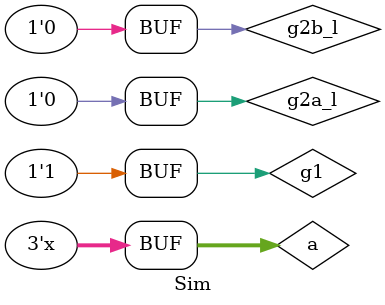
<source format=v>
`timescale 1ns / 1ps


module Sim(

    );
reg g1;
reg g2a_l;
reg g2b_l;
reg [2:0] a;
wire [7:0] y_l;
v74x138 diaoyong(g1,g2a_l,g2b_l,a,y_l);  //Õâ¸öµ÷ÓÃÄ£¿éÀïµÄÖµÊÇÀ´×ÔÉÏÃæµÄreg g2a_1µÈ
    initial begin
        g1=0;
        g2a_l=0;
        g2b_l=0; //´ËÊ±Ê¹ÄÜ¶ËÃ»ÓÐ´ò¿ª
        a = 0;
        # 100;  
        g1=1; //100ÄÉÃëÒÔºóÊ¹ÄÜ¶Ë´ò¿ª
        g2a_l=0;
        g2b_l=0;
    end
    always #100 a = a + 1;
endmodule
</source>
